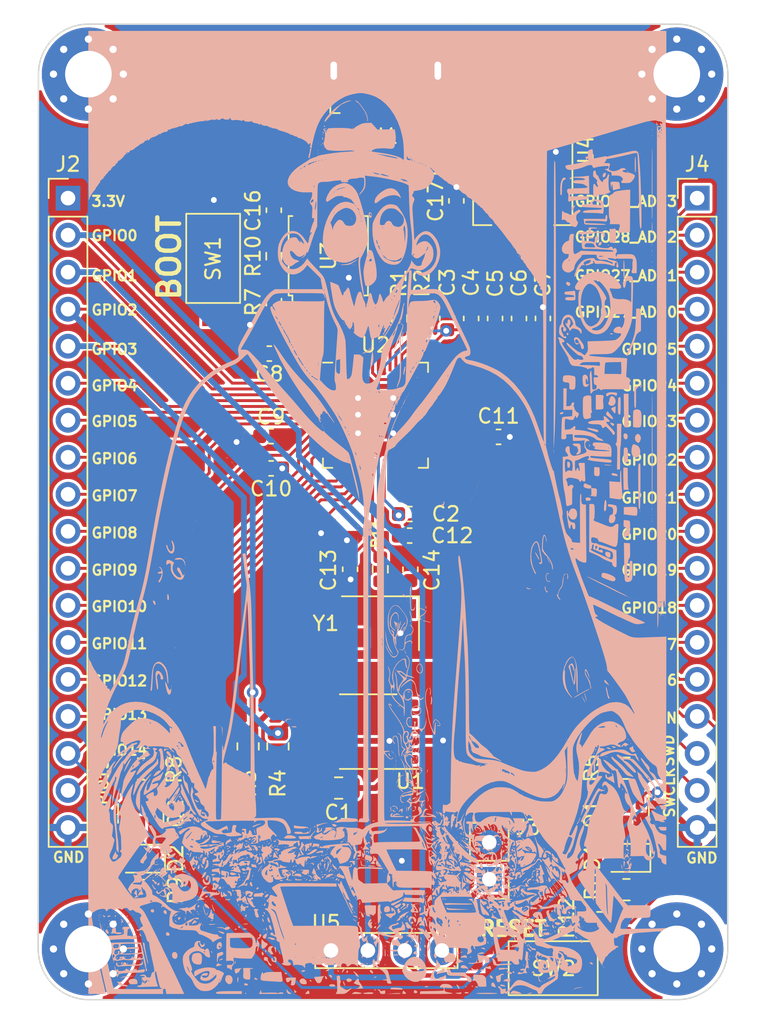
<source format=kicad_pcb>
(kicad_pcb (version 20221018) (generator pcbnew)
  (layers (0 "F.Cu" signal) (31 "B.Cu" signal) (34 "B.Paste" user) (35 "F.Paste" user) (36 "B.SilkS" user "B.Silkscreen") (37 "F.SilkS" user "F.Silkscreen") (38 "B.Mask" user) (39 "F.Mask" user) (44 "Edge.Cuts" user))
  (net 0 "")
  (net 1 "+1V1")
  (net 2 "+3.3V")
  (net 3 "XIN")
  (net 4 "Net-(C14-Pad2)")
  (net 5 "VBUS")
  (net 6 "Net-(D1-K)")
  (net 7 "Net-(D1-A)")
  (net 8 "Net-(D2-K)")
  (net 9 "Net-(D2-A)")
  (net 10 "USB_D-")
  (net 11 "USB_D+")
  (net 13 "GPIO0")
  (net 14 "GPIO1")
  (net 15 "GPIO2")
  (net 16 "GPIO3")
  (net 17 "GPIO4")
  (net 18 "GPIO5")
  (net 19 "GPIO6")
  (net 20 "GPIO7")
  (net 21 "GPIO8")
  (net 22 "GPIO9")
  (net 23 "GPIO10")
  (net 24 "GPIO11")
  (net 25 "GPIO12")
  (net 26 "GPIO13")
  (net 27 "GPIO14")
  (net 28 "GPIO15")
  (net 29 "GPIO29_ADC3")
  (net 30 "GPIO28_ADC2")
  (net 31 "GPIO27_ADC1")
  (net 32 "GPIO26_ADC0")
  (net 33 "GPIO25")
  (net 34 "GPIO24")
  (net 35 "GPIO23")
  (net 36 "GPIO22")
  (net 37 "GPIO21")
  (net 38 "GPIO20")
  (net 39 "GPIO19")
  (net 40 "GPIO18")
  (net 41 "GPIO17")
  (net 42 "GPIO16")
  (net 43 "RUN")
  (net 44 "SWD")
  (net 45 "SWCLK")
  (net 46 "Net-(R7-Pad2)")
  (net 47 "XOUT")
  (net 48 "Net-(U2-USB_DM)")
  (net 49 "Net-(U2-USB_DP)")
  (net 50 "QSPI_SD3")
  (net 51 "QSPI_SCLK")
  (net 52 "QSPI_SD0")
  (net 53 "QSPI_SD2")
  (net 54 "QSPI_SD1")
  (net 55 "QSPI_SS")
  (net 56 "Net-(J3-Pin_1)")
  (net 57 "GND")
  (footprint "Package_SO:SOIC-8_3.9x4.9mm_P1.27mm" (layer "F.Cu") (at 141.54 113.82 180)
    (fp_text reference "U1")
    (fp_text value "AT24C02C")
  )
  (footprint "MountingHole:MountingHole_3.2mm_M3_Pad_Via" (layer "F.Cu") (at 122.32 128.731944)
    (fp_text reference "H4" hide)
    (fp_text value "MountingHole")
  )
  (footprint "Resistor_SMD:R_0805_2012Metric" (layer "F.Cu") (at 157.4875 126.925 180)
    (fp_text reference "R12")
    (fp_text value "1K")
  )
  (footprint "Capacitor_SMD:C_0603_1608Metric" (layer "F.Cu") (at 147.6 77.405 90)
    (fp_text reference "C17")
    (fp_text value "10uF")
  )
  (footprint "Connector_PinHeader_2.54mm:PinHeader_1x18_P2.54mm_Vertical" (layer "F.Cu") (at 120.92 77.216)
    (fp_text reference "J2")
    (fp_text value "Conn_01x18")
  )
  (footprint "GOFootprint:128x64OLED" (layer "F.Cu") (at 142.98 118.237 180)
    (fp_text reference "U5")
    (fp_text value "SSD1306_CRY")
  )
  (footprint "LED_SMD:LED_0805_2012Metric" (layer "F.Cu") (at 159.2415 122.482 180)
    (fp_text reference "D1")
    (fp_text value "LED_ORANGE")
  )
  (footprint "Connector_PinHeader_2.54mm:PinHeader_1x18_P2.54mm_Vertical" (layer "F.Cu") (at 164.14 77.216)
    (fp_text reference "J4")
    (fp_text value "Conn_01x18")
  )
  (footprint "Resistor_SMD:R_0603_1608Metric" (layer "F.Cu") (at 145.3305 85.471 -90)
    (fp_text reference "R2")
    (fp_text value "27.4R")
  )
  (footprint "Connector_PinHeader_2.54mm:PinHeader_1x02_P2.54mm_Vertical" (layer "F.Cu") (at 149.86 123.952 180)
    (fp_text reference "J3")
    (fp_text value "Conn_01x02")
  )
  (footprint "Resistor_SMD:R_0603_1608Metric" (layer "F.Cu") (at 142.37 102.68 -90)
    (fp_text reference "R11")
    (fp_text value "1K")
  )
  (footprint "Capacitor_SMD:C_0603_1608Metric" (layer "F.Cu") (at 153.543 85.471 90)
    (fp_text reference "C7")
    (fp_text value "100nF")
  )
  (footprint "Capacitor_SMD:C_0805_2012Metric" (layer "F.Cu") (at 139.51 117.69 180)
    (fp_text reference "C1")
    (fp_text value "100nF")
  )
  (footprint "Capacitor_SMD:C_0603_1608Metric" (layer "F.Cu") (at 134.747 87.884 180)
    (fp_text reference "C8")
    (fp_text value "100nF")
  )
  (footprint "MountingHole:MountingHole_3.2mm_M3_Pad_Via" (layer "F.Cu") (at 122.32 68.707)
    (fp_text reference "H1" hide)
    (fp_text value "MountingHole")
  )
  (footprint "Capacitor_SMD:C_0603_1608Metric" (layer "F.Cu") (at 144.44 102.68 -90)
    (fp_text reference "C14")
    (fp_text value "27pF")
  )
  (footprint "Capacitor_SMD:C_0603_1608Metric" (layer "F.Cu") (at 146.973 85.471 90)
    (fp_text reference "C3")
    (fp_text value "100nF")
  )
  (footprint "Capacitor_SMD:C_0603_1608Metric" (layer "F.Cu") (at 134.87 93.55 180)
    (fp_text reference "C9")
    (fp_text value "100nF")
  )
  (footprint "Resistor_SMD:R_0805_2012Metric" (layer "F.Cu") (at 133.29 114.83 90)
    (fp_text reference "R3")
    (fp_text value "4K7")
  )
  (footprint "Package_DFN_QFN:QFN-56-1EP_7x7mm_P0.4mm_EP3.2x3.2mm" (layer "F.Cu") (at 142.0425 92.11)
    (fp_text reference "U2")
    (fp_text value "RP2040")
  )
  (footprint "Package_SO:SOIC-8_5.23x5.23mm_P1.27mm" (layer "F.Cu") (at 138.8 81.17 90)
    (fp_text reference "U3")
    (fp_text value "W25Q128JVS")
  )
  (footprint "Capacitor_SMD:C_0603_1608Metric" (layer "F.Cu") (at 134.874 95.758)
    (fp_text reference "C10")
    (fp_text value "100nF")
  )
  (footprint "Resistor_SMD:R_0805_2012Metric" (layer "F.Cu") (at 135.34 114.83 90)
    (fp_text reference "R4")
    (fp_text value "4K7")
  )
  (footprint "Package_TO_SOT_SMD:SOT-223-3_TabPin2" (layer "F.Cu") (at 152.16 77.16 -90)
    (fp_text reference "U4")
    (fp_text value "AMS1117-3.3")
  )
  (footprint "Connector_USB:USB_Micro-B_GCT_USB3076-30-A" (layer "F.Cu") (at 142.748 69.67 180)
    (fp_text reference "J1")
    (fp_text value "USB_B_Micro")
  )
  (footprint "Button_Switch_SMD:SW_SPST_CK_RS282G05A3" (layer "F.Cu") (at 130.89 81.35 -90)
    (fp_text reference "SW1")
    (fp_text value "6x6_SMD_BUTTON")
  )
  (footprint "Capacitor_SMD:C_0603_1608Metric" (layer "F.Cu") (at 140.3 102.68 90)
    (fp_text reference "C13")
    (fp_text value "27pF")
  )
  (footprint "Package_TO_SOT_SMD:SOT-23" (layer "F.Cu") (at 159.2615 119.377 -90)
    (fp_text reference "Q1")
    (fp_text value "2N7002")
  )
  (footprint "Package_TO_SOT_SMD:SOT-23" (layer "F.Cu") (at 125.918 119.4285 -90)
    (fp_text reference "Q2")
    (fp_text value "2N7002")
  )
  (footprint "MountingHole:MountingHole_3.2mm_M3_Pad_Via" (layer "F.Cu") (at 162.74 68.707)
    (fp_text reference "H2" hide)
    (fp_text value "MountingHole")
  )
  (footprint "Capacitor_SMD:C_0603_1608Metric" (layer "F.Cu") (at 151.9005 85.471 90)
    (fp_text reference "C6")
    (fp_text value "100nF")
  )
  (footprint "Resistor_SMD:R_0603_1608Metric" (layer "F.Cu") (at 135.06 81.2 90)
    (fp_text reference "R10")
    (fp_text value "10K")
  )
  (footprint "Resistor_SMD:R_0603_1608Metric" (layer "F.Cu") (at 143.688 85.471 -90)
    (fp_text reference "R1")
    (fp_text value "27.4R")
  )
  (footprint "Capacitor_SMD:C_0603_1608Metric" (layer "F.Cu") (at 144.39 100.37)
    (fp_text reference "C12")
    (fp_text value "1uF")
  )
  (footprint "Capacitor_SMD:C_0603_1608Metric" (layer "F.Cu") (at 150.495 93.599)
    (fp_text reference "C11")
    (fp_text value "100nF")
  )
  (footprint "LED_SMD:LED_0805_2012Metric" (layer "F.Cu") (at 125.898 122.5335 180)
    (fp_text reference "D2")
    (fp_text value "LED_ORANGE")
  )
  (footprint "Capacitor_SMD:C_0603_1608Metric" (layer "F.Cu") (at 147.6 74.25 -90)
    (fp_text reference "C15")
    (fp_text value "10uF")
  )
  (footprint "Capacitor_SMD:C_0603_1608Metric" (layer "F.Cu") (at 135.06 78.045 -90)
    (fp_text reference "C16")
    (fp_text value "100nF")
  )
  (footprint "Resistor_SMD:R_0805_2012Metric" (layer "F.Cu") (at 159.2815 124.6645)
    (fp_text reference "R6")
    (fp_text value "330R")
  )
  (footprint "Capacitor_SMD:C_0603_1608Metric" (layer "F.Cu") (at 144.4 98.89)
    (fp_text reference "C2")
    (fp_text value "1uF")
  )
  (footprint "Resistor_SMD:R_0805_2012Metric" (layer "F.Cu") (at 125.938 116.3835 180)
    (fp_text reference "R8")
    (fp_text value "10K")
  )
  (footprint "Capacitor_SMD:C_0603_1608Metric" (layer "F.Cu") (at 150.258 85.471 90)
    (fp_text reference "C5")
    (fp_text value "100nF")
  )
  (footprint "Resistor_SMD:R_0805_2012Metric" (layer "F.Cu") (at 159.2815 116.332 180)
    (fp_text reference "R5")
    (fp_text value "10K")
  )
  (footprint "Crystal:Crystal_SMD_5032-4Pin_5.0x3.2mm" (layer "F.Cu") (at 142.38 106.385 180)
    (fp_text reference "Y1")
    (fp_text value "12MHz")
  )
  (footprint "MountingHole:MountingHole_3.2mm_M3_Pad_Via" (layer "F.Cu") (at 162.74 128.731944)
    (fp_text reference "H3" hide)
    (fp_text value "MountingHole")
  )
  (footprint "Resistor_SMD:R_0603_1608Metric" (layer "F.Cu") (at 135.06 84.355 90)
    (fp_text reference "R7")
    (fp_text value "1K")
  )
  (footprint "Resistor_SMD:R_0805_2012Metric" (layer "F.Cu") (at 125.938 124.716)
    (fp_text reference "R9")
    (fp_text value "330R")
  )
  (footprint "Capacitor_SMD:C_0603_1608Metric" (layer "F.Cu") (at 148.6155 85.471 90)
    (fp_text reference "C4")
    (fp_text value "100nF")
  )
  (footprint "Button_Switch_SMD:SW_SPST_CK_RS282G05A3" (layer "F.Cu") (at 154.25 130.05)
    (fp_text reference "SW2")
    (fp_text value "6x6_SMD_BUTTON")
  )
  (footprint "GOFootprint:ghostman" (layer "B.Cu") (at 142.17 98.78 180)
    (fp_text reference "G***" hide)
    (fp_text value "LOGO" hide)
  )
  (gr_arc (start 122.368055 132.21) (mid 119.89375 131.184636) (end 118.87 128.709662) (stroke (width 0.1)) (layer "Edge.Cuts"))
  (gr_arc (start 166.24 128.739697) (mid 165.225025 131.193435) (end 162.771945 132.21) (stroke (width 0.1)) (layer "Edge.Cuts"))
  (gr_line (start 162.771945 132.21) (end 122.368055 132.21) (stroke (width 0.1)) (layer "Edge.Cuts"))
  (gr_arc (start 162.77 65.28) (mid 165.231792 66.30033) (end 166.25 68.763001) (stroke (width 0.1)) (layer "Edge.Cuts"))
  (gr_line (start 166.25 68.763001) (end 166.24 128.739697) (stroke (width 0.1)) (layer "Edge.Cuts"))
  (gr_line (start 118.87 128.709662) (end 118.89 68.71) (stroke (width 0.1)) (layer "Edge.Cuts"))
  (gr_line (start 122.32 65.276999) (end 162.77 65.28) (stroke (width 0.1)) (layer "Edge.Cuts"))
  (gr_arc (start 118.89 68.71) (mid 119.893563 66.282684) (end 122.32 65.276999) (stroke (width 0.1)) (layer "Edge.Cuts"))
  (gr_text "GPIO3" (at 122.45 88) (layer "F.SilkS") (effects (font (size 0.7 0.7)) (justify left bottom)))
  (gr_text "GPIO9" (at 122.45 103.15) (layer "F.SilkS") (effects (font (size 0.7 0.7)) (justify left bottom)))
  (gr_text "GPIO13" (at 122.45 113.05) (layer "F.SilkS") (effects (font (size 0.7 0.7)) (justify left bottom)))
  (gr_text "GPIO18" (at 158.85 105.75) (layer "F.SilkS") (effects (font (size 0.7 0.7)) (justify left bottom)))
  (gr_text "GPIO0" (at 122.45 80.2) (layer "F.SilkS") (effects (font (size 0.7 0.7)) (justify left bottom)))
  (gr_text "GPIO19" (at 158.85 103.15) (layer "F.SilkS") (effects (font (size 0.7 0.7)) (justify left bottom)))
  (gr_text "GPIO8" (at 122.45 100.6) (layer "F.SilkS") (effects (font (size 0.7 0.7)) (justify left bottom)))
  (gr_text "GPIO12" (at 122.45 110.75) (layer "F.SilkS") (effects (font (size 0.7 0.7)) (justify left bottom)))
  (gr_text "SWD" (at 162.6 116.3 90) (layer "F.SilkS") (effects (font (size 0.7 0.7)) (justify left bottom)))
  (gr_text "GPIO1" (at 122.45 82.95) (layer "F.SilkS") (effects (font (size 0.7 0.7)) (justify left bottom)))
  (gr_text "GPIO16" (at 158.85 110.7) (layer "F.SilkS") (effects (font (size 0.7 0.7)) (justify left bottom)))
  (gr_text "GPIO22" (at 158.85 95.6) (layer "F.SilkS") (effects (font (size 0.7 0.7)) (justify left bottom)))
  (gr_text "GPIO24" (at 158.85 90.5) (layer "F.SilkS") (effects (font (size 0.7 0.7)) (justify left bottom)))
  (gr_text "BOOT" (at 128.75 84.375 90) (layer "F.SilkS") (effects (font (size 1.5 1.5) (thickness 0.3) bold) (justify left bottom)))
  (gr_text "3.3V" (at 122.45 77.85) (layer "F.SilkS") (effects (font (size 0.7 0.7)) (justify left bottom)))
  (gr_text "GPIO6" (at 122.45 95.5) (layer "F.SilkS") (effects (font (size 0.7 0.7)) (justify left bottom)))
  (gr_text "GPIO5" (at 122.45 92.95) (layer "F.SilkS") (effects (font (size 0.7 0.7)) (justify left bottom)))
  (gr_text "GPIO20" (at 158.85 100.7) (layer "F.SilkS") (effects (font (size 0.7 0.7)) (justify left bottom)))
  (gr_text "GPIO21" (at 158.85 98.2) (layer "F.SilkS") (effects (font (size 0.7 0.7)) (justify left bottom)))
  (gr_text "GND" (at 163.3 122.9) (layer "F.SilkS") (effects (font (size 0.7 0.7)) (justify left bottom)))
  (gr_text "GPIO27_ADC0" (at 155.65 85.45) (layer "F.SilkS") (effects (font (size 0.7 0.7)) (justify left bottom)))
  (gr_text "GPIO11" (at 122.45 108.2) (layer "F.SilkS") (effects (font (size 0.7 0.7)) (justify left bottom)))
  (gr_text "GPIO28_ADC2" (at 155.65 80.3) (layer "F.SilkS") (effects (font (size 0.7 0.7)) (justify left bottom)))
  (gr_text "GPIO15" (at 123.75 119.65 90) (layer "F.SilkS") (effects (font (size 0.7 0.7)) (justify left bottom)))
  (gr_text "GPIO4" (at 122.45 90.5) (layer "F.SilkS") (effects (font (size 0.7 0.7)) (justify left bottom)))
  (gr_text "GPIO17" (at 158.85 108.25) (layer "F.SilkS") (effects (font (size 0.7 0.7)) (justify left bottom)))
  (gr_text "GPIO7" (at 122.45 98.05) (layer "F.SilkS") (effects (font (size 0.7 0.7)) (justify left bottom)))
  (gr_text "SWCLK" (at 162.65 119.8 90) (layer "F.SilkS") (effects (font (size 0.7 0.7)) (justify left bottom)))
  (gr_text "GPIO25" (at 158.85 88) (layer "F.SilkS") (effects (font (size 0.7 0.7)) (justify left bottom)))
  (gr_text "GPIO14" (at 122.45 115.5) (layer "F.SilkS") (effects (font (size 0.7 0.7)) (justify left bottom)))
  (gr_text "GPIO10" (at 122.45 105.65) (layer "F.SilkS") (effects (font (size 0.7 0.7)) (justify left bottom)))
  (gr_text "RESET" (at 149.075 127.925) (layer "F.SilkS") (effects (font (size 1 1) (thickness 0.25) bold) (justify left bottom)))
  (gr_text "GPIO29_ADC3" (at 155.65 77.85) (layer "F.SilkS") (effects (font (size 0.7 0.7)) (justify left bottom)))
  (gr_text "RUN" (at 160.483334 113.3) (layer "F.SilkS") (effects (font (size 0.7 0.7)) (justify left bottom)))
  (gr_text "GPIO2" (at 122.45 85.3) (layer "F.SilkS") (effects (font (size 0.7 0.7)) (justify left bottom)))
  (gr_text "GPIO23" (at 158.85 92.95) (layer "F.SilkS") (effects (font (size 0.7 0.7)) (justify left bottom)))
  (gr_text "GPIO27_ADC1" (at 155.65 82.95) (layer "F.SilkS") (effects (font (size 0.7 0.7)) (justify left bottom)))
  (gr_text "GND" (at 119.8 122.85) (layer "F.SilkS") (effects (font (size 0.7 0.7)) (justify left bottom)))
  (segment (start 141.8425 89.204975) (end 141.8425 88.6725) (width 0.2) (layer "F.Cu") (net 1))
  (segment (start 143.8425 89.204975) (end 143.385475 89.662) (width 0.2) (layer "F.Cu") (net 1))
  (segment (start 145.97 87.249) (end 146.899 86.32) (width 0.2) (layer "F.Cu") (net 1))
  (segment (start 143.8425 88.6725) (end 143.8425 89.204975) (width 0.2) (layer "F.Cu") (net 1))
  (segment (start 143.385475 89.662) (end 142.299525 89.662) (width 0.2) (layer "F.Cu") (net 1))
  (segment (start 146.973 86.246) (end 148.6155 86.246) (width 0.2) (layer "F.Cu") (net 1))
  (segment (start 144.583686 87.249) (end 145.97 87.249) (width 0.2) (layer "F.Cu") (net 1))
  (segment (start 143.8425 87.990186) (end 144.583686 87.249) (width 0.2) (layer "F.Cu") (net 1))
  (segment (start 143.8425 88.6725) (end 143.8425 87.990186) (width 0.2) (layer "F.Cu") (net 1))
  (segment (start 142.6425 97.9075) (end 143.625 98.89) (width 0.2) (layer "F.Cu") (net 1))
  (segment (start 146.973 86.246) (end 146.899 86.32) (width 0.2) (layer "F.Cu") (net 1))
  (segment (start 142.299525 89.662) (end 141.8425 89.204975) (width 0.2) (layer "F.Cu") (net 1))
  (segment (start 142.6425 95.5475) (end 142.6425 97.9075) (width 0.2) (layer "F.Cu") (net 1))
  (via (at 146.899 86.32) (size 0.8) (drill 0.4) (layers "F.Cu" "B.Cu") (net 1))
  (via (at 143.635 98.98) (size 0.8) (drill 0.4) (layers "F.Cu" "B.Cu") (net 1))
  (segment (start 143.625 98.89) (end 142.24 97.505) (width 0.2) (layer "B.Cu") (net 1))
  (segment (start 142.24 89.154) (end 145.074 86.32) (width 0.2) (layer "B.Cu") (net 1))
  (segment (start 142.24 97.505) (end 142.24 89.154) (width 0.2) (layer "B.Cu") (net 1))
  (segment (start 145.074 86.32) (end 146.899 86.32) (width 0.2) (layer "B.Cu") (net 1))
  (segment (start 144.04 94.33) (end 144.32 94.05) (width 0.2) (layer "F.Cu") (net 2))
  (segment (start 144.6425 88.6725) (end 145.48 89.51) (width 0.2) (layer "F.Cu") (net 2))
  (segment (start 142.79 94.33) (end 144.04 94.33) (width 0.2) (layer "F.Cu") (net 2))
  (segment (start 138.605 93.11) (end 139.27 93.11) (width 0.2) (layer "F.Cu") (net 2))
  (segment (start 142.2425 88.6725) (end 142.2425 87.5005) (width 0.2) (layer "F.Cu") (net 2))
  (segment (start 139.27 93.11) (end 139.35 93.03) (width 0.2) (layer "F.Cu") (net 2))
  (segment (start 144.32 94.05) (end 144.32 93.58) (width 0.2) (layer "F.Cu") (net 2))
  (segment (start 144.79 93.11) (end 144.96 93.11) (width 0.2) (layer "F.Cu") (net 2))
  (segment (start 142.2425 98.9975) (end 143.615 100.37) (width 0.2) (layer "F.Cu") (net 2))
  (segment (start 142.2425 95.5475) (end 142.2425 98.9975) (width 0.2) (layer "F.Cu") (net 2))
  (segment (start 144.2425 88.6725) (end 144.6425 88.6725) (width 0.2) (layer "F.Cu") (net 2))
  (segment (start 138.605 93.11) (end 136.085 93.11) (width 0.2) (layer "F.Cu") (net 2))
  (segment (start 145.48 93.11) (end 144.96 93.11) (width 0.2) (layer "F.Cu") (net 2))
  (segment (start 144.32 93.58) (end 144.79 93.11) (width 0.2) (layer "F.Cu") (net 2))
  (segment (start 142.2425 94.8775) (end 142.79 94.33) (width 0.2) (layer "F.Cu") (net 2))
  (segment (start 149.231 93.11) (end 149.72 93.599) (width 0.2) (layer "F.Cu") (net 2))
  (segment (start 144.96 93.11) (end 144.92 93.07) (width 0.2) (layer "F.Cu") (net 2))
  (segment (start 135.714 87.884) (end 135.522 87.884) (width 0.2) (layer "F.Cu") (net 2))
  (segment (start 142.2425 95.5475) (end 142.2425 94.8775) (width 0.2) (layer "F.Cu") (net 2))
  (segment (start 137.34 89.51) (end 135.714 87.884) (width 0.2) (layer "F.Cu") (net 2))
  (segment (start 145.48 93.11) (end 149.231 93.11) (width 0.2) (layer "F.Cu") (net 2))
  (segment (start 138.605 89.51) (end 137.34 89.51) (width 0.2) (layer "F.Cu") (net 2))
  (segment (start 136.085 93.11) (end 135.645 93.55) (width 0.2) (layer "F.Cu") (net 2))
  (segment (start 142.2425 87.5005) (end 142.494 87.249) (width 0.2) (layer "F.Cu") (net 2))
  (segment (start 142.6425 88.6725) (end 142.2425 88.6725) (width 0.2) (layer "F.Cu") (net 2))
  (segment (start 139.065 106.045) (end 140.405 107.385) (width 0.2) (layer "F.Cu") (net 3))
  (segment (start 139.954 101.981) (end 139.065 102.87) (width 0.2) (layer "F.Cu") (net 3))
  (segment (start 141.4425 95.5475) (end 141.4425 100.7625) (width 0.2) (layer "F.Cu") (net 3))
  (segment (start 139.065 102.87) (end 139.065 106.045) (width 0.2) (layer "F.Cu") (net 3))
  (segment (start 141.4425 100.7625) (end 140.3 101.905) (width 0.2) (layer "F.Cu") (net 3))
  (segment (start 140.405 107.385) (end 140.73 107.385) (width 0.2) (layer "F.Cu") (net 3))
  (segment (start 140.224 101.981) (end 139.954 101.981) (width 0.2) (layer "F.Cu") (net 3))
  (segment (start 140.3 101.905) (end 140.224 101.981) (width 0.2) (layer "F.Cu") (net 3))
  (segment (start 144.03 103.865) (end 144.03 105.385) (width 0.2) (layer "F.Cu") (net 4))
  (segment (start 142.37 103.505) (end 144.39 103.505) (width 0.2) (layer "F.Cu") (net 4))
  (segment (start 144.39 103.505) (end 144.44 103.455) (width 0.2) (layer "F.Cu") (net 4))
  (segment (start 144.44 103.455) (end 144.03 103.865) (width 0.2) (layer "F.Cu") (net 4))
  (segment (start 144.048 71.12) (end 144.048 72.42) (width 0.4) (layer "F.Cu") (net 5))
  (segment (start 145.288 72.898) (end 147.023 72.898) (width 0.4) (layer "F.Cu") (net 5))
  (segment (start 144.145 72.517) (end 144.907 72.517) (width 0.4) (layer "F.Cu") (net 5))
  (segment (start 147.023 72.898) (end 147.6 73.475) (width 0.4) (layer "F.Cu") (net 5))
  (segment (start 144.907 72.517) (end 145.288 72.898) (width 0.4) (layer "F.Cu") (net 5))
  (segment (start 144.048 72.42) (end 144.145 72.517) (width 0.4) (layer "F.Cu") (net 5))
  (segment (start 159.2615 120.3145) (end 159.2615 121.5645) (width 0.4) (layer "F.Cu") (net 6))
  (segment (start 159.2615 121.5645) (end 160.179 122.482) (width 0.4) (layer "F.Cu") (net 6))
  (segment (start 158.304 122.482) (end 158.304 124.5995) (width 0.4) (layer "F.Cu") (net 7))
  (segment (start 158.304 124.5995) (end 158.369 124.6645) (width 0.4) (layer "F.Cu") (net 7))
  (segment (start 125.918 121.616) (end 126.8355 122.5335) (width 0.4) (layer "F.Cu") (net 8))
  (segment (start 125.918 120.366) (end 125.918 121.616) (width 0.4) (layer "F.Cu") (net 8))
  (segment (start 125.0255 124.716) (end 125.0255 122.5985) (width 0.4) (layer "F.Cu") (net 9))
  (segment (start 125.0255 122.5985) (end 124.9605 122.5335) (width 0.4) (layer "F.Cu") (net 9))
  (segment (start 145.16 76.04) (end 143.51 74.39) (width 0.8) (layer "F.Cu") (net 10))
  (segment (start 143.398 72.786) (end 143.51 72.898) (width 0.4) (layer "F.Cu") (net 10))
  (segment (start 145.16 84.646) (end 145.16 76.04) (width 0.8) (layer "F.Cu") (net 10))
  (segment (start 143.51 72.898) (end 143.51 73.914) (width 0.4) (layer "F.Cu") (net 10))
  (segment (start 143.398 71.12) (end 143.398 72.786) (width 0.4) (layer "F.Cu") (net 10))
  (segment (start 143.51 74.39) (end 143.51 73.914) (width 0.8) (layer "F.Cu") (net 10))
  (segment (start 142.494 74.788214) (end 142.494 73.787) (width 0.8) (layer "F.Cu") (net 11))
  (segment (start 142.748 71.12) (end 142.748 72.771) (width 0.4) (layer "F.Cu") (net 11))
  (segment (start 142.494 73.025) (end 142.494 73.787) (width 0.4) (layer "F.Cu") (net 11))
  (segment (start 142.748 72.771) (end 142.494 73.025) (width 0.4) (layer "F.Cu") (net 11))
  (segment (start 143.56 84.646) (end 143.56 75.854214) (width 0.8) (layer "F.Cu") (net 11))
  (segment (start 143.56 75.854214) (end 142.494 74.788214) (width 0.8) (layer "F.Cu") (net 11))
  (segment (start 132.201 89.91) (end 122.047 79.756) (width 0.2) (layer "F.Cu") (net 13))
  (segment (start 138.605 89.91) (end 132.201 89.91) (width 0.2) (layer "F.Cu") (net 13))
  (segment (start 122.047 79.756) (end 120.92 79.756) (width 0.2) (layer "F.Cu") (net 13))
  (segment (start 123.305371 79.756) (end 120.92 79.756) (width 0.4) (layer "B.Cu") (net 13))
  (segment (start 136.779 94.909472) (end 136.779 93.229629) (width 0.4) (layer "B.Cu") (net 13))
  (segment (start 138.98 130.471) (end 139.192 130.683) (width 0.4) (layer "B.Cu") (net 13))
  (segment (start 136.779 93.229629) (end 123.305371 79.756) (width 0.4) (layer "B.Cu") (net 13))
  (segment (start 145.26 130.203) (end 145.26 103.390472) (width 0.4) (layer "B.Cu") (net 13))
  (segment (start 138.98 128.837) (end 138.98 130.471) (width 0.4) (layer "B.Cu") (net 13))
  (segment (start 139.192 130.683) (end 144.78 130.683) (width 0.4) (layer "B.Cu") (net 13))
  (segment (start 145.26 103.390472) (end 136.779 94.909472) (width 0.4) (layer "B.Cu") (net 13))
  (segment (start 144.78 130.683) (end 145.26 130.203) (width 0.4) (layer "B.Cu") (net 13))
  (segment (start 130.823 90.31) (end 122.809 82.296) (width 0.2) (layer "F.Cu") (net 14))
  (segment (start 122.809 82.296) (end 120.92 82.296) (width 0.2) (layer "F.Cu") (net 14))
  (segment (start 138.605 90.31) (end 130.823 90.31) (width 0.2) (layer "F.Cu") (net 14))
  (segment (start 123.317 82.296) (end 120.92 82.296) (width 0.4) (layer "B.Cu") (net 14))
  (segment (start 141.52 128.837) (end 141.52 100.499) (width 0.4) (layer "B.Cu") (net 14))
  (segment (start 141.52 100.499) (end 123.317 82.296) (width 0.4) (layer "B.Cu") (net 14))
  (segment (start 133.604 113.6035) (end 133.29 113.9175) (width 0.4) (layer "F.Cu") (net 15))
  (segment (start 133.29 113.9175) (end 135.2925 111.915) (width 0.4) (layer "F.Cu") (net 15))
  (segment (start 138.605 90.71) (end 129.572 90.71) (width 0.2) (layer "F.Cu") (net 15))
  (segment (start 123.698 84.836) (end 120.92 84.836) (width 0.2) (layer "F.Cu") (net 15))
  (segment (start 129.572 90.71) (end 123.698 84.836) (width 0.2) (layer "F.Cu") (net 15))
  (segment (start 135.2925 111.915) (end 139.065 111.915) (width 0.4) (layer "F.Cu") (net 15))
  (segment (start 133.604 111.125) (end 133.604 113.6035) (width 0.4) (layer "F.Cu") (net 15))
  (via (at 133.604 111.125) (size 0.8) (drill 0.4) (layers "F.Cu" "B.Cu") (net 15))
  (segment (start 133.604 97.52) (end 120.92 84.836) (width 0.4) (layer "B.Cu") (net 15))
  (segment (start 133.604 111.125) (end 133.604 97.52) (width 0.4) (layer "B.Cu") (net 15))
  (segment (start 136.0725 113.185) (end 135.34 113.9175) (width 0.4) (layer "F.Cu") (net 16))
  (segment (start 124.587 87.376) (end 120.92 87.376) (width 0.2) (layer "F.Cu") (net 16))
  (segment (start 128.321 91.11) (end 124.587 87.376) (width 0.2) (layer "F.Cu") (net 16))
  (segment (start 138.605 91.11) (end 128.321 91.11) (width 0.2) (layer "F.Cu") (net 16))
  (segment (start 139.065 113.185) (end 136.0725 113.185) (width 0.4) (layer "F.Cu") (net 16))
  (via (at 135.34 113.9175) (size 0.8) (drill 0.4) (layers "F.Cu" "B.Cu") (net 16))
  (segment (start 132.461 110.49) (end 132.461 111.561) (width 0.4) (layer "B.Cu") (net 16))
  (segment (start 122.611472 87.376) (end 133.004 97.768528) (width 0.4) (layer "B.Cu") (net 16))
  (segment (start 133.004 109.947) (end 132.461 110.49) (width 0.4) (layer "B.Cu") (net 16))
  (segment (start 132.461 111.561) (end 134.8175 113.9175) (width 0.4) (layer "B.Cu") (net 16))
  (segment (start 133.004 97.768528) (end 133.004 109.947) (width 0.4) (layer "B.Cu") (net 16))
  (segment (start 134.8175 113.9175) (end 135.34 113.9175) (width 0.4) (layer "B.Cu") (net 16))
  (segment (start 120.92 87.376) (end 122.611472 87.376) (width 0.4) (layer "B.Cu") (net 16))
  (segment (start 138.605 91.51) (end 127.324 91.51) (width 0.2) (layer "F.Cu") (net 17))
  (segment (start 127.324 91.51) (end 125.73 89.916) (width 0.2) (layer "F.Cu") (net 17))
  (segment (start 125.73 89.916) (end 120.92 89.916) (width 0.2) (layer "F.Cu") (net 17))
  (segment (start 138.605 91.91) (end 124.625 91.91) (width 0.2) (layer "F.Cu") (net 18))
  (segment (start 124.079 92.456) (end 120.92 92.456) (width 0.2) (layer "F.Cu") (net 18))
  (segment (start 124.625 91.91) (end 124.079 92.456) (width 0.2) (layer "F.Cu") (net 18))
  (segment (start 129.518 93.942) (end 124.879 93.942) (width 0.2) (layer "F.Cu") (net 19))
  (segment (start 124.879 93.942) (end 123.825 94.996) (width 0.2) (layer "F.Cu") (net 19))
  (segment (start 138.605 92.31) (end 131.15 92.31) (width 0.2) (layer "F.Cu") (net 19))
  (segment (start 131.15 92.31) (end 129.518 93.942) (width 0.2) (layer "F.Cu") (net 19))
  (segment (start 123.825 94.996) (end 120.92 94.996) (width 0.2) (layer "F.Cu") (net 19))
  (segment (start 130.62 94.45) (end 130.62 96.07) (width 0.2) (layer "F.Cu") (net 20))
  (segment (start 129.154 97.536) (end 120.92 97.536) (width 0.2) (layer "F.Cu") (net 20))
  (segment (start 132.36 92.71) (end 130.62 94.45) (width 0.2) (layer "F.Cu") (net 20))
  (segment (start 138.605 92.71) (end 132.36 92.71) (width 0.2) (layer "F.Cu") (net 20))
  (segment (start 130.62 96.07) (end 129.154 97.536) (width 0.2) (layer "F.Cu") (net 20))
  (segment (start 133.613 94.86) (end 128.397 100.076) (width 0.2) (layer "F.Cu") (net 21))
  (segment (start 137.514628 93.51) (end 136.164628 94.86) (width 0.2) (layer "F.Cu") (net 21))
  (segment (start 128.397 100.076) (end 120.92 100.076) (width 0.2) (layer "F.Cu") (net 21))
  (segment (start 136.164628 94.86) (end 133.613 94.86) (width 0.2) (layer "F.Cu") (net 21))
  (segment (start 138.605 93.51) (end 137.514628 93.51) (width 0.2) (layer "F.Cu") (net 21))
  (segment (start 137.680314 93.91) (end 136.76 94.830315) (width 0.2) (layer "F.Cu") (net 22))
  (segment (start 136.76 95.885) (end 130.029 102.616) (width 0.2) (layer "F.Cu") (net 22))
  (segment (start 130.029 102.616) (end 120.92 102.616) (width 0.2) (layer "F.Cu") (net 22))
  (segment (start 136.76 94.830315) (end 136.76 95.885) (width 0.2) (layer "F.Cu") (net 22))
  (segment (start 138.605 93.91) (end 137.680314 93.91) (width 0.2) (layer "F.Cu") (net 22))
  (segment (start 137.16 96.219942) (end 128.223942 105.156) (width 0.2) (layer "F.Cu") (net 23))
  (segment (start 128.223942 105.156) (end 120.92 105.156) (width 0.2) (layer "F.Cu") (net 23))
  (segment (start 138.605 94.31) (end 137.846 94.31) (width 0.2) (layer "F.Cu") (net 23))
  (segment (start 137.16 94.996) (end 137.16 96.219942) (width 0.2) (layer "F.Cu") (net 23))
  (segment (start 137.846 94.31) (end 137.16 94.996) (width 0.2) (layer "F.Cu") (net 23))
  (segment (start 138.605 94.71) (end 138.081 94.71) (width 0.2) (layer "F.Cu") (net 24))
  (segment (start 137.668 95.123) (end 137.668 96.277628) (width 0.2) (layer "F.Cu") (net 24))
  (segment (start 138.081 94.71) (end 137.668 95.123) (width 0.2) (layer "F.Cu") (net 24))
  (segment (start 137.668 96.277628) (end 126.249628 107.696) (width 0.2) (layer "F.Cu") (net 24))
  (segment (start 126.249628 107.696) (end 120.92 107.696) (width 0.2) (layer "F.Cu") (net 24))
  (segment (start 139.4425 96.5235) (end 139.338 96.628) (width 0.2) (layer "F.Cu") (net 25))
  (segment (start 137.883314 96.628) (end 124.275314 110.236) (width 0.2) (layer "F.Cu") (net 25))
  (segment (start 139.338 96.628) (end 137.883314 96.628) (width 0.2) (layer "F.Cu") (net 25))
  (segment (start 124.275314 110.236) (end 120.92 110.236) (width 0.2) (layer "F.Cu") (net 25))
  (segment (start 139.4425 95.5475) (end 139.4425 96.5235) (width 0.2) (layer "F.Cu") (net 25))
  (segment (start 139.8425 95.5475) (end 139.8425 96.8855) (width 0.2) (layer "F.Cu") (net 26))
  (segment (start 139.7 97.028) (end 138.049 97.028) (width 0.2) (layer "F.Cu") (net 26))
  (segment (start 122.312629 112.776) (end 120.92 112.776) (width 0.2) (layer "F.Cu") (net 26))
  (segment (start 138.049 97.028) (end 137.16 97.917) (width 0.2) (layer "F.Cu") (net 26))
  (segment (start 137.16 97.928629) (end 122.312629 112.776) (width 0.2) (layer "F.Cu") (net 26))
  (segment (start 137.16 97.917) (end 137.16 97.928629) (width 0.2) (layer "F.Cu") (net 26))
  (segment (start 139.8425 96.8855) (end 139.7 97.028) (width 0.2) (layer "F.Cu") (net 26))
  (segment (start 138.147158 97.507157) (end 126.473 109.181315) (width 0.2) (layer "F.Cu") (net 27))
  (segment (start 160.2115 118.4395) (end 160.194 118.422) (width 0.2) (layer "F.Cu") (net 27))
  (segment (start 126.473 109.181315) (end 126.473 110.382) (width 0.2) (layer "F.Cu") (net 27))
  (segment (start 140.2425 97.189814) (end 139.925157 97.507157) (width 0.2) (layer "F.Cu") (net 27))
  (segment (start 139.925157 97.507157) (end 138.147158 97.507157) (width 0.2) (layer "F.Cu") (net 27))
  (segment (start 160.194 118.422) (end 160.194 116.332) (width 0.2) (layer "F.Cu") (net 27))
  (segment (start 160.668 117.983) (end 160.2115 118.4395) (width 0.2) (layer "F.Cu") (net 27))
  (segment (start 140.2425 95.5475) (end 140.2425 97.189814) (width 0.2) (layer "F.Cu") (net 27))
  (segment (start 121.539 115.316) (end 120.92 115.316) (width 0.2) (layer "F.Cu") (net 27))
  (segment (start 161.417 117.983) (end 160.668 117.983) (width 0.2) (layer "F.Cu") (net 27))
  (segment (start 126.473 110.382) (end 121.539 115.316) (width 0.2) (layer "F.Cu") (net 27))
  (via (at 161.417 117.983) (size 0.8) (drill 0.4) (layers "F.Cu" "B.Cu") (net 27))
  (segment (start 136.979 131.375) (end 148.075 131.375) (width 0.2) (layer "B.Cu") (net 27))
  (segment (start 120.92 115.316) (end 136.979 131.375) (width 0.2) (layer "B.Cu") (net 27))
  (segment (start 161.417 118.033) (end 161.417 117.983) (width 0.2) (layer "B.Cu") (net 27))
  (segment (start 148.075 131.375) (end 161.417 118.033) (width 0.2) (layer "B.Cu") (net 27))
  (segment (start 126.873 112.268) (end 126.8095 112.3315) (width 0.2) (layer "F.Cu") (net 28))
  (segment (start 121.285 117.856) (end 120.92 117.856) (width 0.2) (layer "F.Cu") (net 28))
  (segment (start 140.6425 95.5475) (end 140.6425 97.3555) (width 0.2) (layer "F.Cu") (net 28))
  (segment (start 138.303 97.917) (end 126.873 109.347) (width 0.2) (layer "F.Cu") (net 28))
  (segment (start 126.868 118.491) (end 126.868 116.401) (width 0.4) (layer "F.Cu") (net 28))
  (segment (start 140.081 97.917) (end 138.303 97.917) (width 0.2) (layer "F.Cu") (net 28))
  (segment (start 126.868 116.401) (end 126.8505 116.3835) (width 0.4) (layer "F.Cu") (net 28))
  (segment (start 140.6425 97.3555) (end 140.081 97.917) (width 0.2) (layer "F.Cu") (net 28))
  (segment (start 126.8095 112.3315) (end 121.285 117.856) (width 0.2) (layer "F.Cu") (net 28))
  (segment (start 126.8095 116.3425) (end 126.8505 116.3835) (width 0.2) (layer "F.Cu") (net 28))
  (segment (start 126.873 109.347) (end 126.873 112.268) (width 0.2) (layer "F.Cu") (net 28))
  (segment (start 126.8095 112.3315) (end 126.8095 116.3425) (width 0.2) (layer "F.Cu") (net 28))
  (segment (start 151.39 89.91) (end 164.084 77.216) (width 0.2) (layer "F.Cu") (net 29))
  (segment (start 164.084 77.216) (end 164.14 77.216) (width 0.2) (layer "F.Cu") (net 29))
  (segment (start 145.48 89.91) (end 151.39 89.91) (width 0.2) (layer "F.Cu") (net 29))
  (segment (start 162.109686 79.756) (end 164.14 79.756) (width 0.2) (layer "F.Cu") (net 30))
  (segment (start 151.555686 90.31) (end 162.109686 79.756) (width 0.2) (layer "F.Cu") (net 30))
  (segment (start 145.48 90.31) (end 151.555686 90.31) (width 0.2) (layer "F.Cu") (net 30))
  (segment (start 145.48 90.71) (end 151.721372 90.71) (width 0.2) (layer "F.Cu") (net 31))
  (segment (start 160.135372 82.296) (end 164.14 82.296) (width 0.2) (layer "F.Cu") (net 31))
  (segment (start 151.721372 90.71) (end 160.135372 82.296) (width 0.2) (layer "F.Cu") (net 31))
  (segment (start 158.242 84.836) (end 164.14 84.836) (width 0.2) (layer "F.Cu") (net 32))
  (segment (start 145.48 91.11) (end 151.968 91.11) (width 0.2) (layer "F.Cu") (net 32))
  (segment (start 151.968 91.11) (end 158.242 84.836) (width 0.2) (layer "F.Cu") (net 32))
  (segment (start 152.133686 91.51) (end 156.267686 87.376) (width 0.2) (layer "F.Cu") (net 33))
  (segment (start 156.267686 87.376) (end 164.14 87.376) (width 0.2) (layer "F.Cu") (net 33))
  (segment (start 145.48 91.51) (end 152.133686 91.51) (width 0.2) (layer "F.Cu") (net 33))
  (segment (start 154.305 89.916) (end 164.14 89.916) (width 0.2) (layer "F.Cu") (net 34))
  (segment (start 145.48 91.91) (end 152.311 91.91) (width 0.2) (layer "F.Cu") (net 34))
  (segment (start 152.311 91.91) (end 154.305 89.916) (width 0.2) (layer "F.Cu") (net 34))
  (segment (start 145.48 92.31) (end 163.994 92.31) (width 0.2) (layer "F.Cu") (net 35))
  (segment (start 163.994 92.31) (end 164.14 92.456) (width 0.2) (layer "F.Cu") (net 35))
  (segment (start 152.4 92.71) (end 154.686 94.996) (width 0.2) (layer "F.Cu") (net 36))
  (segment (start 145.48 92.71) (end 152.4 92.71) (width 0.2) (layer "F.Cu") (net 36))
  (segment (start 154.686 94.996) (end 164.14 94.996) (width 0.2) (layer "F.Cu") (net 36))
  (segment (start 146.977 93.51) (end 147.955 94.488) (width 0.2) (layer "F.Cu") (net 37))
  (segment (start 156.464 97.536) (end 164.14 97.536) (width 0.2) (layer "F.Cu") (net 37))
  (segment (start 145.48 93.51) (end 146.977 93.51) (width 0.2) (layer "F.Cu") (net 37))
  (segment (start 147.955 94.488) (end 153.416 94.488) (width 0.2) (layer "F.Cu") (net 37))
  (segment (start 153.416 94.488) (end 156.464 97.536) (width 0.2) (layer "F.Cu") (net 37))
  (segment (start 152.9715 94.996) (end 158.0515 100.076) (width 0.2) (layer "F.Cu") (net 38))
  (segment (start 146.811314 93.91) (end 147.897314 94.996) (width 0.2) (layer "F.Cu") (net 38))
  (segment (start 147.897314 94.996) (end 152.9715 94.996) (width 0.2) (layer "F.Cu") (net 38))
  (segment (start 158.0515 100.076) (end 164.14 100.076) (width 0.2) (layer "F.Cu") (net 38))
  (segment (start 145.48 93.91) (end 146.811314 93.91) (width 0.2) (layer "F.Cu") (net 38))
  (segment (start 147.839628 95.504) (end 152.527 95.504) (width 0.2) (layer "F.Cu") (net 39))
  (segment (start 146.645628 94.31) (end 147.839628 95.504) (width 0.2) (layer "F.Cu") (net 39))
  (segment (start 145.48 94.31) (end 146.645628 94.31) (width 0.2) (layer "F.Cu") (net 39))
  (segment (start 152.527 95.504) (end 159.639 102.616) (width 0.2) (layer "F.Cu") (net 39))
  (segment (start 159.639 102.616) (end 164.14 102.616) (width 0.2) (layer "F.Cu") (net 39))
  (segment (start 161.163 105.156) (end 164.14 105.156) (width 0.2) (layer "F.Cu") (net 40))
  (segment (start 145.48 94.71) (end 146.479942 94.71) (width 0.2) (layer "F.Cu") (net 40))
  (segment (start 152 95.993) (end 161.163 105.156) (width 0.2) (layer "F.Cu") (net 40))
  (segment (start 147.762942 95.993) (end 152 95.993) (width 0.2) (layer "F.Cu") (net 40))
  (segment (start 146.479942 94.71) (end 147.762942 95.993) (width 0.2) (layer "F.Cu") (net 40))
  (segment (start 150.876 96.393) (end 162.179 107.696) (width 0.2) (layer "F.Cu") (net 41))
  (segment (start 144.907 96.393) (end 150.876 96.393) (width 0.2) (layer "F.Cu") (net 41))
  (segment (start 144.6425 96.1285) (end 144.907 96.393) (width 0.2) (layer "F.Cu") (net 41))
  (segment (start 162.179 107.696) (end 164.14 107.696) (width 0.2) (layer "F.Cu") (net 41))
  (segment (start 144.6425 95.5475) (end 144.6425 96.1285) (width 0.2) (layer "F.Cu") (net 41))
  (segment (start 144.2425 95.5475) (end 144.2425 96.4905) (width 0.2) (layer "F.Cu") (net 42))
  (segment (start 162.941 110.236) (end 164.14 110.236) (width 0.2) (layer "F.Cu") (net 42))
  (segment (start 144.2425 96.4905) (end 144.653 96.901) (width 0.2) (layer "F.Cu") (net 42))
  (segment (start 144.653 96.901) (end 149.606 96.901) (width 0.2) (layer "F.Cu") (net 42))
  (segment (start 149.606 96.901) (end 162.941 110.236) (width 0.2) (layer "F.Cu") (net 42))
  (segment (start 159.597196 126.925) (end 158.4 126.925) (width 0.2) (layer "F.Cu") (net 43))
  (segment (start 164.601 112.776) (end 165.725 113.9) (width 0.2) (layer "F.Cu") (net 43))
  (segment (start 161.290252 125.231944) (end 159.597196 126.925) (width 0.2) (layer "F.Cu") (net 43))
  (segment (start 158.4 128.55) (end 158.15 128.8) (width 0.5) (layer "F.Cu") (net 43))
  (segment (start 144.418 97.301) (end 147.72 97.301) (width 0.2) (layer "F.Cu") (net 43))
  (segment (start 143.8425 95.5475) (end 143.8425 96.7255) (width 0.2) (layer "F.Cu") (net 43))
  (segment (start 161.293056 125.231944) (end 161.290252 125.231944) (width 0.2) (layer "F.Cu") (net 43))
  (segment (start 147.72 97.301) (end 163.195 112.776) (width 0.2) (layer "F.Cu") (net 43))
  (segment (start 143.8425 96.7255) (end 144.418 97.301) (width 0.2) (layer "F.Cu") (net 43))
  (segment (start 165.725 113.9) (end 165.725 120.8) (width 0.2) (layer "F.Cu") (net 43))
  (segment (start 163.195 112.776) (end 164.14 112.776) (width 0.2) (layer "F.Cu") (net 43))
  (segment (start 158.4 126.925) (end 158.4 128.55) (width 0.5) (layer "F.Cu") (net 43))
  (segment (start 158.15 128.8) (end 158.15 130.05) (width 0.5) (layer "F.Cu") (net 43))
  (segment (start 164.14 112.776) (end 164.601 112.776) (width 0.2) (layer "F.Cu") (net 43))
  (segment (start 165.725 120.8) (end 161.293056 125.231944) (width 0.2) (layer "F.Cu") (net 43))
  (segment (start 163.703 115.316) (end 164.14 115.316) (width 0.2) (layer "F.Cu") (net 44))
  (segment (start 148.355 98.767315) (end 148.355 99.968) (width 0.2) (layer "F.Cu") (net 44))
  (segment (start 143.4425 96.891186) (end 144.252315 97.701) (width 0.2) (layer "F.Cu") (net 44))
  (segment (start 148.355 99.968) (end 163.703 115.316) (width 0.2) (layer "F.Cu") (net 44))
  (segment (start 144.252315 97.701) (end 147.288686 97.701) (width 0.2) (layer "F.Cu") (net 44))
  (segment (start 147.288686 97.701) (end 148.355 98.767315) (width 0.2) (layer "F.Cu") (net 44))
  (segment (start 143.4425 95.5475) (end 143.4425 96.891186) (width 0.2) (layer "F.Cu") (net 44))
  (segment (start 147.123 98.101) (end 147.955 98.933) (width 0.2) (layer "F.Cu") (net 45))
  (segment (start 147.955 98.933) (end 147.955 101.671) (width 0.2) (layer "F.Cu") (net 45))
  (segment (start 144.08663 98.101) (end 147.123 98.101) (width 0.2) (layer "F.Cu") (net 45))
  (segment (start 143.0425 97.056872) (end 144.08663 98.101) (width 0.2) (layer "F.Cu") (net 45))
  (segment (start 143.0425 95.5475) (end 143.0425 97.056872) (width 0.2) (layer "F.Cu") (net 45))
  (segment (start 147.955 101.671) (end 164.14 117.856) (width 0.2) (layer "F.Cu") (net 45))
  (segment (start 130.89 85.25) (end 130.89 84.248) (width 0.25) (layer "F.Cu") (net 46))
  (segment (start 130.89 84.248) (end 131.608 83.53) (width 0.25) (layer "F.Cu") (net 46))
  (segment (start 131.608 83.53) (end 135.06 83.53) (width 0.25) (layer "F.Cu") (net 46))
  (segment (start 141.8425 101.3275) (end 142.37 101.855) (width 0.2) (layer "F.Cu") (net 47))
  (segment (start 141.8425 95.5475) (end 141.8425 101.3275) (width 0.2) (layer "F.Cu") (net 47))
  (segment (start 143.4425 87.8245) (end 144.971 86.296) (width 0.2) (layer "F.Cu") (net 48))
  (segment (start 144.971 86.296) (end 145.16 86.296) (width 0.2) (layer "F.Cu") (net 48))
  (segment (start 143.4425 88.6725) (end 143.4425 87.8245) (width 0.2) (layer "F.Cu") (net 48))
  (segment (start 143.56 87.072) (end 143.56 86.296) (width 0.2) (layer "F.Cu") (net 49))
  (segment (start 143.0425 87.5895) (end 143.56 87.072) (width 0.2) (layer "F.Cu") (net 49))
  (segment (start 143.0425 88.6725) (end 143.0425 87.5895) (width 0.2) (layer "F.Cu") (net 49))
  (segment (start 141.4425 88.6725) (end 141.4425 87.118872) (width 0.2) (layer "F.Cu") (net 50))
  (segment (start 141.465685 75.6) (end 138.91 75.6) (width 0.2) (layer "F.Cu") (net 50))
  (segment (start 138.165 76.345) (end 138.165 77.57) (width 0.2) (layer "F.Cu") (net 50))
  (segment (start 141.4425 87.118872) (end 142.38 86.18137) (width 0.2) (layer "F.Cu") (net 50))
  (segment (start 142.38 86.18137) (end 142.38 76.514314) (width 0.2) (layer "F.Cu") (net 50))
  (segment (start 142.38 76.514314) (end 141.465685 75.6) (width 0.2) (layer "F.Cu") (net 50))
  (segment (start 138.91 75.6) (end 138.165 76.345) (width 0.2) (layer "F.Cu") (net 50))
  (segment (start 139.8 76) (end 139.435 76.365) (width 0.2) (layer "F.Cu") (net 51))
  (segment (start 141.98 76.68) (end 141.3 76) (width 0.2) (layer "F.Cu") (net 51))
  (segment (start 141.0425 88.6725) (end 141.0425 86.953186) (width 0.2) (layer "F.Cu") (net 51))
  (segment (start 139.435 76.365) (end 139.435 77.57) (width 0.2) (layer "F.Cu") (net 51))
  (segment (start 141.3 76) (end 139.8 76) (width 0.2) (layer "F.Cu") (net 51))
  (segment (start 141.98 86.015685) (end 141.98 76.68) (width 0.2) (layer "F.Cu") (net 51))
  (segment (start 141.0425 86.953186) (end 141.98 86.015685) (width 0.2) (layer "F.Cu") (net 51))
  (segment (start 140.6425 86.7875) (end 141.58 85.85) (width 0.2) (layer "F.Cu") (net 52))
  (segment (start 140.71 77.575) (end 140.705 77.57) (width 0.2) (layer "F.Cu") (net 52))
  (segment (start 141.58 85.85) (end 141.58 81.75) (width 0.2) (layer "F.Cu") (net 52))
  (segment (start 141.58 81.75) (end 140.71 80.88) (width 0.2) (layer "F.Cu") (net 52))
  (segment (start 140.6425 88.6725) (end 140.6425 86.7875) (width 0.2) (layer "F.Cu") (net 52))
  (segment (start 140.71 80.88) (end 140.71 77.575) (width 0.2) (layer "F.Cu") (net 52))
  (segment (start 140.2425 88.6725) (end 140.2425 87.446814) (width 0.2) (layer "F.Cu") (net 53))
  (segment (start 140.2425 87.446814) (end 139.435 86.639314) (width 0.2) (layer "F.Cu") (net 53))
  (segment (start 139.435 86.639314) (end 139.435 84.77) (width 0.2) (layer "F.Cu") (net 53))
  (segment (start 139.8425 88.6725) (end 139.8425 87.6125) (width 0.2) (layer "F.Cu") (net 54))
  (segment (start 138.165 85.935) (end 138.165 84.77) (width 0.2) (layer "F.Cu") (net 54))
  (segment (start 139.8425 87.6125) (end 138.165 85.935) (width 0.2) (layer "F.Cu") (net 54))
  (segment (start 136.895 85.245) (end 136.895 84.77) (width 0.2) (layer "F.Cu") (net 55))
  (segment (start 136.895 83.86) (end 135.06 82.025) (width 0.2) (layer "F.Cu") (net 55))
  (segment (start 136.895 84.77) (end 135.47 84.77) (width 0.2) (layer "F.Cu") (net 55))
  (segment (start 139.4425 87.7925) (end 136.895 85.245) (width 0.2) (layer "F.Cu") (net 55))
  (segment (start 135.47 84.77) (end 135.06 85.18) (width 0.2) (layer "F.Cu") (net 55))
  (segment (start 139.4425 88.6725) (end 139.4425 87.7925) (width 0.2) (layer "F.Cu") (net 55))
  (segment (start 136.895 84.77) (end 136.895 83.86) (width 0.2) (layer "F.Cu") (net 55))
  (segment (start 146.6 127.212) (end 149.86 123.952) (width 0.4) (layer "F.Cu") (net 56))
  (segment (start 146.6 128.837) (end 146.6 127.212) (width 0.4) (layer "F.Cu") (net 56))
  (segment (start 133.972 87.884) (end 133.972 86.462) (width 0.2) (layer "F.Cu") (net 57))
  (segment (start 140.848 71.12) (end 140.428 70.7) (width 0.4) (layer "F.Cu") (net 57))
  (segment (start 125.0255 118.4335) (end 124.968 118.491) (width 0.4) (layer "F.Cu") (net 57))
  (segment (start 154.46 74.01) (end 154.46 74.013) (width 0.4) (layer "F.Cu") (net 57))
  (segment (start 144.03 107.385) (end 144.03 107.327) (width 0.4) (layer "F.Cu") (net 57))
  (segment (start 140.3 103.455) (end 140.3 103.413) (width 0.2) (layer "F.Cu") (net 57))
  (segment (start 143.85 122.68) (end 143.85 115.89) (width 0.2) (layer "F.Cu") (net 57))
  (segment (start 143.873 68.47) (end 146.323 68.47) (width 0.4) (layer "F.Cu") (net 57))
  (segment (start 138.544 99.962) (end 138.544 99.187) (width 0.2) (layer "F.Cu") (net 57))
  (segment (start 153.543 84.696) (end 146.973 84.696) (width 0.2) (layer "F.Cu") (net 57))
  (segment (start 130.89 77.39) (end 130.937 77.343) (width 0.4) (layer "F.Cu") (net 57))
  (segment (start 145.068 70.7) (end 145.068 69.665) (width 0.4) (layer "F.Cu") (net 57))
  (segment (start 141.0425 97.521186) (end 140.151686 98.412) (width 0.2) (layer "F.Cu") (net 57))
  (segment (start 140.705 83.174) (end 140.208 82.677) (width 0.4) (layer "F.Cu") (net 57))
  (segment (start 158.877 114.935) (end 160.428739 114.935) (width 0.4) (layer "F.Cu") (net 57))
  (segment (start 141.0425 95.5475) (end 141.0425 97.521186) (width 0.2) (layer "F.Cu") (net 57))
  (segment (start 143.85 115.89) (end 144.015 115.725) (width 0.2) (layer "F.Cu") (net 57))
  (segment (start 150.35 130.05) (end 149.85 130.55) (width 0.3) (layer "F.Cu") (net 57))
  (segment (start 162.217 116.723261) (end 162.217 119.088) (width 0.4) (layer "F.Cu") (net 57))
  (segment (start 140.46 117.69) (end 142.05 117.69) (width 0.4) (layer "F.Cu") (net 57))
  (segment (start 132.414 78.82) (end 135.06 78.82) (width 0.4) (layer "F.Cu") (net 57))
  (segment (start 140.428 69.665) (end 141.623 68.47) (width 0.4) (layer "F.Cu") (net 57))
  (segment (start 140.428 69.725) (end 139.173 68.47) (width 0.4) (layer "F.Cu") (net 57))
  (segment (start 146.657 114.455) (end 144.015 114.455) (width 0.4) (layer "F.Cu") (net 57))
  (segment (start 141.448 68.645) (end 141.623 68.47) (width 0.4) (layer "F.Cu") (net 57))
  (segment (start 147.6 75.025) (end 147.6 76.454) (width 0.4) (layer "F.Cu") (net 57))
  (segment (start 145.068 69.725) (end 146.323 68.47) (width 0.4) (layer "F.Cu") (net 57))
  (segment (start 163.525 120.396) (end 164.14 120.396) (width 0.4) (layer "F.Cu") (net 57))
  (segment (start 130.937 77.343) (end 132.414 78.82) (width 0.4) (layer "F.Cu") (net 57))
  (segment (start 145.175 101.17) (end 145.175 98.89) (width 0.2) (layer "F.Cu") (net 57))
  (segment (start 130.89 77.45) (end 130.89 77.39) (width 0.4) (layer "F.Cu") (net 57))
  (segment (start 142.875 107.061) (end 141.199 105.385) (width 0.4) (layer "F.Cu") (net 57))
  (segment (start 120.92 120.396) (end 123.063 120.396) (width 0.4) (layer "F.Cu") (net 57))
  (segment (start 146.685 114.427) (end 146.657 114.455) (width 0.4) (layer "F.Cu") (net 57))
  (segment (start 149.85 130.55) (end 145.075 130.55) (width 0.3) (layer "F.Cu") (net 57))
  (segment (start 139.065 114.455) (end 143.002 114.455) (width 0.4) (layer "F.Cu") (net 57))
  (segment (start 123.063 120.396) (end 124.968 118.491) (width 0.4) (layer "F.Cu") (net 57))
  (segment (start 141.199 105.385) (end 140.73 105.385) (width 0.4) (layer "F.Cu") (net 57))
  (segment (start 144.015 115.725) (end 144.015 111.915) (width 0.4) (layer "F.Cu") (net 57))
  (segment (start 143.764 107.061) (end 142.875 107.061) (width 0.4) (layer "F.Cu") (net 57))
  (segment (start 140.3 103.413) (end 140.335 103.378) (width 0.2) (layer "F.Cu") (net 57))
  (segment (start 143.873 68.47) (end 141.623 68.47) (width 0.4) (layer "F.Cu") (net 57))
  (segment (start 132.5 93.95) (end 132.9 93.55) (width 0.2) (layer "F.Cu") (net 57))
  (segment (start 144.44 101.905) (end 145.175 101.17) (width 0.2) (layer "F.Cu") (net 57))
  (segment (start 141.623 68.47) (end 139.173 68.47) (width 0.4) (layer "F.Cu") (net 57))
  (segment (start 154.46 74.013) (end 154.432 74.041) (width 0.4) (layer "F.Cu") (net 57))
  (segment (start 142.05 117.69) (end 144.015 115.725) (width 0.4) (layer "F.Cu") (net 57))
  (segment (start 141.448 71.12) (end 141.448 68.645) (width 0.4) (layer "F.Cu") (net 57))
  (segment (start 133.972 86.462) (end 133.42 85.91) (width 0.2) (layer "F.Cu") (net 57))
  (segment (start 162.217 119.088) (end 163.525 120.396) (width 0.4) (layer "F.Cu") (net 57))
  (segment (start 140.151686 98.412) (end 139.319 98.412) (width 0.2) (layer "F.Cu") (net 57))
  (segment (start 144.06 129.535) (end 144.06 128.837) (width 0.3) (layer "F.Cu") (net 57))
  (segment (start 140.428 70.7) (end 140.428 69.725) (width 0.4) (layer "F.Cu") (net 57))
  (segment (start 139.319 98.412) (end 138.544 99.187) (width 0.2) (layer "F.Cu") (net 57))
  (segment (start 147.6 76.63) (end 147.6 76.454) (width 0.4) (layer "F.Cu") (net 57))
  (segment (start 145.068 69.665) (end 143.873 68.47) (width 0.4) (layer "F.Cu") (net 57))
  (segment (start 145.068 70.7) (end 145.068 69.725) (width 0.4) (layer "F.Cu") (net 57))
  (segment (start 125.0255 116.3835) (end 125.0255 118.4335) (width 0.4) (layer "F.Cu") (net 57))
  (segment (start 141.448 71.12) (end 140.848 71.12) (width 0.4) (layer "F.Cu") (net 57))
  (segment (start 132.9 93.55) (end 134.095 93.55) (width 0.2) (layer "F.Cu") (net 57))
  (segment (start 158.3115 116.3895) (end 158.369 116.332) (width 0.4) (layer "F.Cu") (net 57))
  (segment (start 138.303 100.203) (end 138.544 99.962) (width 0.2) (layer "F.Cu") (net 57))
  (segment (start 145.075 130.55) (end 144.06 129.535) (width 0.3) (layer "F.Cu") (net 57))
  (segment (start 160.428739 114.935) (end 162.217 116.723261) (width 0.4) (layer "F.Cu") (net 57))
  (segment (start 144.03 107.327) (end 143.764 107.061) (width 0.4) (layer "F.Cu") (net 57))
  (segment (start 140.428 70.7) (end 140.428 69.665) (width 0.4) (layer "F.Cu") (net 57))
  (segment (start 140.705 84.77) (end 140.705 83.174) (width 0.4) (layer "F.Cu") (net 57))
  (segment (start 135.649 95.758) (end 135.636 95.758) (width 0.2) (layer "F.Cu") (net 57))
  (segment (start 158.369 115.443) (end 158.877 114.935) (width 0.4) (layer "F.Cu") (net 57))
  (segment (start 158.369 116.332) (end 158.369 115.443) (width 0.4) (layer "F.Cu") (net 57))
  (segment (start 144.015 114.455) (end 143.002 114.455) (width 0.4) (layer "F.Cu") (net 57))
  (segment (start 158.3115 118.4395) (end 158.3115 116.3895) (width 0.4) (layer "F.Cu") (net 57))
  (via (at 143.85 122.68) (size 0.8) (drill 0.4) (layers "F.Cu" "B.Cu") (net 57))
  (via (at 138.303 100.203) (size 0.8) (drill 0.4) (layers "F.Cu" "B.Cu") (net 57))
  (via (at 140.08 100.69) (size 0.8) (drill 0.4) (layers "F.Cu" "B.Cu") (net 57))
  (via (at 140.335 103.378) (size 0.8) (drill 0.4) (layers "F.Cu" "B.Cu") (net 57))
  (via (at 133.42 85.91) (size 0.8) (drill 0.4) (layers "F.Cu" "B.Cu") (net 57))
  (via (at 143.764 107.061) (size 0.8) (drill 0.4) (layers "F.Cu" "B.Cu") (net 57))
  (via (at 146.685 114.427) (size 0.8) (drill 0.4) (layers "F.Cu" "B.Cu") (net 57))
  (via (at 151.27 93.599) (size 0.8) (drill 0.4) (layers "F.Cu" "B.Cu") (net 57))
  (via (at 154.432 74.041) (size 0.8) (drill 0.4) (layers "F.Cu" "B.Cu") (net 57))
  (via (at 143.256 90.932) (size 0.8) (drill 0.4) (layers "F.Cu" "B.Cu") (net 57))
  (via (at 140.843 93.345) (size 0.8) (drill 0.4) (layers "F.Cu" "B.Cu") (net 57))
  (via (at 135.636 95.758) (size 0.8) (drill 0.4) (layers "F.Cu" "B.Cu") (net 57))
  (via (at 147.6 76.454) (size 0.8) (drill 0.4) (layers "F.Cu" "B.Cu") (net 57))
  (via (at 153.543 84.696) (size 0.8) (drill 0.4) (layers "F.Cu" "B.Cu") (net 57))
  (via (at 140.208 82.677) (size 0.8) (drill 0.4) (layers "F.Cu" "B.Cu") (net 57))
  (via (at 143.256 92.075) (size 0.8) (drill 0.4) (layers "F.Cu" "B.Cu") (net 57))
  (via (at 143.256 93.345) (size 0.8) (drill 0.4) (layers "F.Cu" "B.Cu") (net 57))
  (via (at 140.843 90.932) (size 0.8) (drill 0.4) (layers "F.Cu" "B.Cu") (net 57))
  (via (at 132.5 93.95) (size 0.8) (drill 0.4) (layers "F.Cu" "B.Cu") (net 57))
  (via (at 143.002 114.455) (size 0.8) (drill 0.4) (layers "F.Cu" "B.Cu") (net 57))
  (via (at 130.937 77.343) (size 0.8) (drill 0.4) (layers "F.Cu" "B.Cu") (net 57))
  (via (at 140.843 92.075) (size 0.8) (drill 0.4) (layers "F.Cu" "B.Cu") (net 57))
  (segment (start 144.06 126.635) (end 143.85 126.425) (width 0.2) (layer "B.Cu") (net 57))
  (segment (start 143.85 126.425) (end 143.85 122.68) (width 0.2) (layer "B.Cu") (net 57))
  (segment (start 144.06 128.837) (end 144.06 126.635) (width 0.2) (layer "B.Cu") (net 57))
  (zone (net 57) (net_name "GND") (layer "F.Cu") (priority 4) (connect_pads yes (clearance 0.2)) (min_thickness 0.25) (fill yes (thermal_gap 0.5) (thermal_bridge_width 0.5))
    (polygon (pts (xy 137.84 99.16) (xy 137.84 108.83) (xy 146.84 108.83) (xy 146.84 99.13) (xy 143.637 99.187) (xy 143.65 100.05) (xy 139.33 100.05) (xy 139.319 99.187)))
  )
  (zone (net 2) (net_name "+3.3V") (layer "F.Cu") (priority 3) (connect_pads yes (clearance 0.2)) (min_thickness 0.25) (fill yes (thermal_gap 0.5) (thermal_bridge_width 0.5))
    (polygon (pts (xy 137.922 88.011) (xy 146.177 88.011) (xy 146.177 96.266) (xy 137.922 96.266)))
  )
  (zone (net 2) (net_name "+3.3V") (layer "F.Cu") (connect_pads yes (clearance 0.2)) (min_thickness 0.25) (fill yes (thermal_gap 0.5) (thermal_bridge_width 0.5))
    (polygon (pts (xy 118.872 65.278) (xy 118.872 132.207) (xy 166.243 132.207) (xy 166.243 65.278)))
  )
  (zone (net 5) (net_name "VBUS") (layer "F.Cu") (priority 2) (connect_pads yes (clearance 0.5)) (min_thickness 0.25) (fill yes (thermal_gap 0.5) (thermal_bridge_width 0.5))
    (polygon (pts (xy 143.637 70.358) (xy 143.637 72.39) (xy 146.939 74.295) (xy 148.463 74.295) (xy 148.463 75.311) (xy 151.003 75.311) (xy 151.003 72.39) (xy 145.034 72.39) (xy 144.145 71.755) (xy 144.145 70.358)))
  )
  (zone (net 57) (net_name "GND") (layer "B.Cu") (priority 1) (connect_pads (clearance 0.5)) (min_thickness 0.25) (fill yes (thermal_gap 0.5) (thermal_bridge_width 0.5))
    (polygon (pts (xy 118.872 65.278) (xy 118.872 132.207) (xy 166.243 132.207) (xy 166.243 65.278)))
  )
)
</source>
